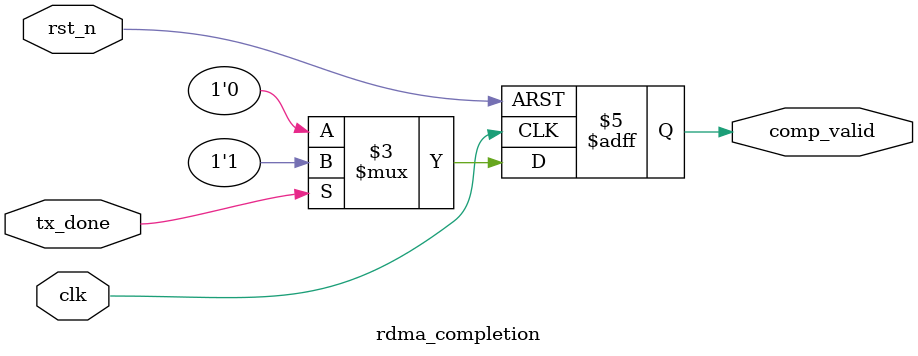
<source format=v>
module rdma_completion (
    input  wire clk,
    input  wire rst_n,

    // from TX
    input  wire tx_done,     // one-cycle pulse when a request finishes

    // to Host / UVM
    output reg  comp_valid
);

always @(posedge clk or negedge rst_n) begin
    if (!rst_n) begin
        comp_valid <= 1'b0;
    end else begin
        // default
        comp_valid <= 1'b0;

        // v1: one completion per tx_done
        if (tx_done) begin
            comp_valid <= 1'b1;
        end
    end
end

endmodule

</source>
